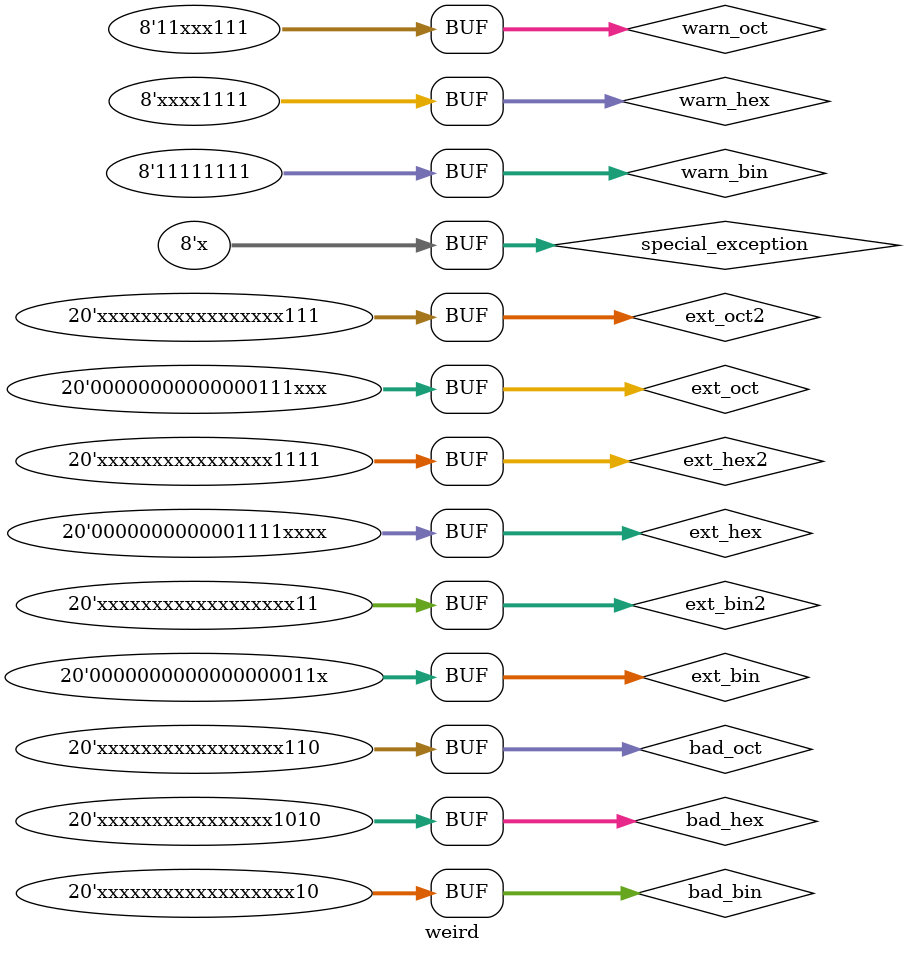
<source format=sv>
module top ;

  wire [7:0] warn_hex = 8'h FFF;
  wire [7:0] warn_oct = 8'o 7777;
  wire [7:0] warn_bin = 8'b 1111_1111_1111;
  wire [7:0] warn_dec = 8'd 1234567890;

  wire [7:0] normal_hex = 8'hFF;
  wire [7:0] normal_oct = 8'o177;
  wire [7:0] normal_bin = 8'b1111_1111;
  wire [7:0] normal_dec = 8'd255;

  wire [31:0] warn_unsized1 = 18446744073709551616;   // 2^64
  wire [31:0] warn_unsized2 = 2147483648;             // 2^31
  wire [31:0] normal_unsized1 = 2147483647;           // 2^31 - 1
  wire [31:0] normal_unsized2 = 9876;

  wire [8:0]  normal_hex2 = 9'h 1FF;
  wire [8:0]  warn_hex2   = 9'h 3FF;

endmodule

module weird ;

  // Some truncations
  wire [7:0] warn_hex  = 8'h FXF;
  wire [7:0] warn_oct = 8'o 77X7;
  wire [7:0] warn_bin = 8'b 111X_1111_1111;

  // Special exception: we allow X digits when they're all X without any warnings.
  wire [7:0] special_exception = 8'h XXX;

  // Extensions.  Shouldn't warn about these.
  wire [19:0] ext_hex = 20'h FX;
  wire [19:0] ext_oct = 20'o 7X;
  wire [19:0] ext_bin = 20'b 11X;

  // Extensions with leading X/Z bits.  Don't need to warn about these because they
  // are sized.
  wire [19:0] ext_hex2 = 20'h XF;
  wire [19:0] ext_oct2 = 20'o X7;
  wire [19:0] ext_bin2 = 20'b X11;

  // Unsized extensions with leading X/Z bits.  Want to warn about these.
  wire [19:0] bad_hex = 'h XA;
  wire [19:0] bad_oct = 'o X6;
  wire [19:0] bad_bin = 'b X10;

endmodule

</source>
